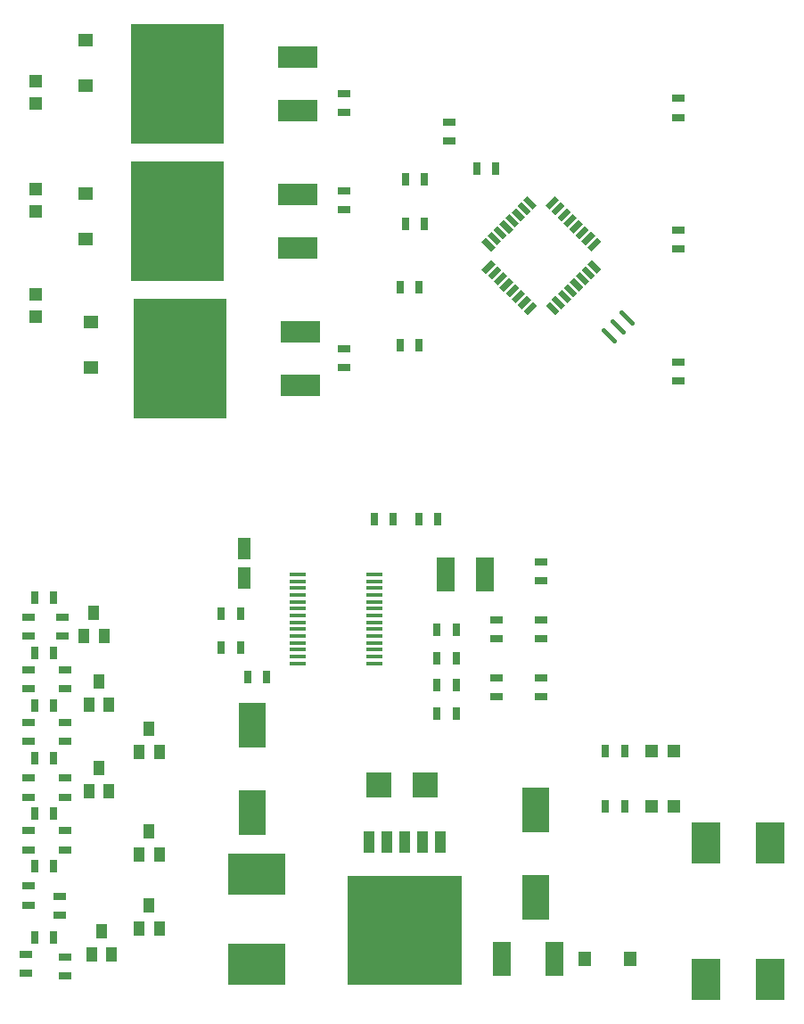
<source format=gbr>
G04 EAGLE Gerber RS-274X export*
G75*
%MOMM*%
%FSLAX34Y34*%
%LPD*%
%INSolderpaste Top*%
%IPPOS*%
%AMOC8*
5,1,8,0,0,1.08239X$1,22.5*%
G01*
%ADD10R,1.200000X1.200000*%
%ADD11R,1.270000X1.470000*%
%ADD12R,0.800000X1.200000*%
%ADD13R,1.780000X3.200000*%
%ADD14R,2.800000X2.400000*%
%ADD15R,2.799081X1.485900*%
%ADD16R,1.200000X0.800000*%
%ADD17R,1.470000X1.270000*%
%ADD18R,3.810000X2.082800*%
%ADD19R,8.890000X11.430000*%
%ADD20R,1.500000X0.400000*%
%ADD21R,1.700000X3.300000*%
%ADD22R,1.200000X2.000000*%
%ADD23R,1.270000X0.558800*%
%ADD24R,0.558800X1.270000*%
%ADD25C,0.450000*%
%ADD26R,2.500000X4.300000*%
%ADD27R,5.500000X4.000000*%
%ADD28R,10.800000X10.410000*%
%ADD29R,1.066800X2.159000*%
%ADD30R,2.400000X2.400000*%
%ADD31R,1.000000X1.400000*%


D10*
X728000Y200000D03*
X707000Y200000D03*
D11*
X686500Y55000D03*
X643500Y55000D03*
D12*
X681500Y200000D03*
X663500Y200000D03*
D13*
X614900Y55000D03*
X565100Y55000D03*
D14*
X820000Y43000D03*
X820000Y157000D03*
X759000Y43000D03*
X759000Y157000D03*
D15*
X820000Y176391D03*
X758989Y176416D03*
X758989Y23610D03*
X820000Y23610D03*
D16*
X415000Y876500D03*
X415000Y858500D03*
D17*
X170000Y883500D03*
X170000Y926500D03*
D18*
X371400Y859600D03*
X371400Y910400D03*
D19*
X257100Y885000D03*
D16*
X732500Y621500D03*
X732500Y603500D03*
X732500Y746500D03*
X732500Y728500D03*
X415000Y784000D03*
X415000Y766000D03*
D17*
X170000Y738500D03*
X170000Y781500D03*
D18*
X371400Y729600D03*
X371400Y780400D03*
D19*
X257100Y755000D03*
D16*
X415000Y634000D03*
X415000Y616000D03*
D17*
X175000Y616000D03*
X175000Y659000D03*
D18*
X373900Y599600D03*
X373900Y650400D03*
D19*
X259600Y625000D03*
D16*
X732500Y871500D03*
X732500Y853500D03*
X115000Y361000D03*
X115000Y379000D03*
X115000Y311000D03*
X115000Y329000D03*
X115000Y261000D03*
X115000Y279000D03*
D20*
X371250Y419750D03*
X371250Y413250D03*
X371250Y406750D03*
X371250Y400250D03*
X371250Y393750D03*
X371250Y387250D03*
X371250Y380750D03*
X371250Y374250D03*
X371250Y367750D03*
X371250Y361250D03*
X371250Y354750D03*
X371250Y348250D03*
X371250Y341750D03*
X371250Y335250D03*
X443750Y335250D03*
X443750Y341750D03*
X443750Y348250D03*
X443750Y354750D03*
X443750Y361250D03*
X443750Y367750D03*
X443750Y374250D03*
X443750Y380750D03*
X443750Y387250D03*
X443750Y393750D03*
X443750Y400250D03*
X443750Y406750D03*
X443750Y413250D03*
X443750Y419750D03*
D12*
X316500Y350000D03*
X298500Y350000D03*
X316500Y382500D03*
X298500Y382500D03*
X341500Y322500D03*
X323500Y322500D03*
D21*
X511500Y420000D03*
X548500Y420000D03*
D12*
X503500Y340000D03*
X521500Y340000D03*
X503500Y367500D03*
X521500Y367500D03*
D16*
X560000Y358500D03*
X560000Y376500D03*
X602500Y358500D03*
X602500Y376500D03*
X602500Y303500D03*
X602500Y321500D03*
X560000Y303500D03*
X560000Y321500D03*
D12*
X521500Y315000D03*
X503500Y315000D03*
D16*
X602500Y431500D03*
X602500Y413500D03*
D12*
X521500Y287500D03*
X503500Y287500D03*
D22*
X320000Y444000D03*
X320000Y416000D03*
D12*
X504000Y472500D03*
X486000Y472500D03*
X461500Y472500D03*
X443500Y472500D03*
D16*
X515000Y831000D03*
X515000Y849000D03*
D12*
X473500Y795000D03*
X491500Y795000D03*
X473500Y752500D03*
X491500Y752500D03*
X663500Y252500D03*
X681500Y252500D03*
D10*
X728000Y252500D03*
X707000Y252500D03*
D23*
G36*
X610540Y678813D02*
X619519Y669834D01*
X615568Y665883D01*
X606589Y674862D01*
X610540Y678813D01*
G37*
G36*
X616197Y684470D02*
X625176Y675491D01*
X621225Y671540D01*
X612246Y680519D01*
X616197Y684470D01*
G37*
G36*
X621854Y690126D02*
X630833Y681147D01*
X626882Y677196D01*
X617903Y686175D01*
X621854Y690126D01*
G37*
G36*
X627511Y695783D02*
X636490Y686804D01*
X632539Y682853D01*
X623560Y691832D01*
X627511Y695783D01*
G37*
G36*
X633168Y701440D02*
X642147Y692461D01*
X638196Y688510D01*
X629217Y697489D01*
X633168Y701440D01*
G37*
G36*
X638825Y707097D02*
X647804Y698118D01*
X643853Y694167D01*
X634874Y703146D01*
X638825Y707097D01*
G37*
G36*
X644481Y712754D02*
X653460Y703775D01*
X649509Y699824D01*
X640530Y708803D01*
X644481Y712754D01*
G37*
G36*
X650138Y718411D02*
X659117Y709432D01*
X655166Y705481D01*
X646187Y714460D01*
X650138Y718411D01*
G37*
D24*
G36*
X655166Y739519D02*
X659117Y735568D01*
X650138Y726589D01*
X646187Y730540D01*
X655166Y739519D01*
G37*
G36*
X649509Y745176D02*
X653460Y741225D01*
X644481Y732246D01*
X640530Y736197D01*
X649509Y745176D01*
G37*
G36*
X643853Y750833D02*
X647804Y746882D01*
X638825Y737903D01*
X634874Y741854D01*
X643853Y750833D01*
G37*
G36*
X638196Y756490D02*
X642147Y752539D01*
X633168Y743560D01*
X629217Y747511D01*
X638196Y756490D01*
G37*
G36*
X632539Y762147D02*
X636490Y758196D01*
X627511Y749217D01*
X623560Y753168D01*
X632539Y762147D01*
G37*
G36*
X626882Y767804D02*
X630833Y763853D01*
X621854Y754874D01*
X617903Y758825D01*
X626882Y767804D01*
G37*
G36*
X621225Y773460D02*
X625176Y769509D01*
X616197Y760530D01*
X612246Y764481D01*
X621225Y773460D01*
G37*
G36*
X615568Y779117D02*
X619519Y775166D01*
X610540Y766187D01*
X606589Y770138D01*
X615568Y779117D01*
G37*
D23*
G36*
X589432Y779117D02*
X598411Y770138D01*
X594460Y766187D01*
X585481Y775166D01*
X589432Y779117D01*
G37*
G36*
X583775Y773460D02*
X592754Y764481D01*
X588803Y760530D01*
X579824Y769509D01*
X583775Y773460D01*
G37*
G36*
X578118Y767804D02*
X587097Y758825D01*
X583146Y754874D01*
X574167Y763853D01*
X578118Y767804D01*
G37*
G36*
X572461Y762147D02*
X581440Y753168D01*
X577489Y749217D01*
X568510Y758196D01*
X572461Y762147D01*
G37*
G36*
X566804Y756490D02*
X575783Y747511D01*
X571832Y743560D01*
X562853Y752539D01*
X566804Y756490D01*
G37*
G36*
X561147Y750833D02*
X570126Y741854D01*
X566175Y737903D01*
X557196Y746882D01*
X561147Y750833D01*
G37*
G36*
X555491Y745176D02*
X564470Y736197D01*
X560519Y732246D01*
X551540Y741225D01*
X555491Y745176D01*
G37*
G36*
X549834Y739519D02*
X558813Y730540D01*
X554862Y726589D01*
X545883Y735568D01*
X549834Y739519D01*
G37*
D24*
G36*
X554862Y718411D02*
X558813Y714460D01*
X549834Y705481D01*
X545883Y709432D01*
X554862Y718411D01*
G37*
G36*
X560519Y712754D02*
X564470Y708803D01*
X555491Y699824D01*
X551540Y703775D01*
X560519Y712754D01*
G37*
G36*
X566175Y707097D02*
X570126Y703146D01*
X561147Y694167D01*
X557196Y698118D01*
X566175Y707097D01*
G37*
G36*
X571832Y701440D02*
X575783Y697489D01*
X566804Y688510D01*
X562853Y692461D01*
X571832Y701440D01*
G37*
G36*
X577489Y695783D02*
X581440Y691832D01*
X572461Y682853D01*
X568510Y686804D01*
X577489Y695783D01*
G37*
G36*
X583146Y690126D02*
X587097Y686175D01*
X578118Y677196D01*
X574167Y681147D01*
X583146Y690126D01*
G37*
G36*
X588803Y684470D02*
X592754Y680519D01*
X583775Y671540D01*
X579824Y675491D01*
X588803Y684470D01*
G37*
G36*
X594460Y678813D02*
X598411Y674862D01*
X589432Y665883D01*
X585481Y669834D01*
X594460Y678813D01*
G37*
D12*
X559000Y805000D03*
X541000Y805000D03*
X486500Y692500D03*
X468500Y692500D03*
D25*
X661371Y651659D02*
X671659Y641371D01*
X680144Y649856D02*
X669856Y660144D01*
X678341Y668629D02*
X688629Y658341D01*
D12*
X486500Y637500D03*
X468500Y637500D03*
D26*
X327500Y193500D03*
X327500Y276500D03*
X597500Y113500D03*
X597500Y196500D03*
D27*
X332500Y135000D03*
X332500Y50000D03*
D28*
X472500Y82100D03*
D29*
X506536Y165412D03*
X489518Y165412D03*
X472500Y165412D03*
X455482Y165412D03*
X438464Y165412D03*
D30*
X492000Y220000D03*
X448000Y220000D03*
D16*
X115000Y208500D03*
X115000Y226500D03*
X115000Y158500D03*
X115000Y176500D03*
X115000Y106000D03*
X115000Y124000D03*
X112500Y41000D03*
X112500Y59000D03*
D10*
X122500Y685500D03*
X122500Y664500D03*
X122500Y888000D03*
X122500Y867000D03*
X122500Y785500D03*
X122500Y764500D03*
D12*
X139000Y397500D03*
X121000Y397500D03*
D16*
X147500Y379000D03*
X147500Y361000D03*
D31*
X177500Y383500D03*
X187000Y361500D03*
X168000Y361500D03*
D12*
X139000Y345000D03*
X121000Y345000D03*
D16*
X150000Y329000D03*
X150000Y311000D03*
D31*
X182500Y318500D03*
X192000Y296500D03*
X173000Y296500D03*
D12*
X139000Y295000D03*
X121000Y295000D03*
D16*
X150000Y279000D03*
X150000Y261000D03*
D31*
X230000Y273500D03*
X239500Y251500D03*
X220500Y251500D03*
D12*
X139000Y245000D03*
X121000Y245000D03*
D16*
X150000Y226500D03*
X150000Y208500D03*
D31*
X182500Y236000D03*
X192000Y214000D03*
X173000Y214000D03*
D12*
X139000Y192500D03*
X121000Y192500D03*
D16*
X150000Y176500D03*
X150000Y158500D03*
D31*
X230000Y176000D03*
X239500Y154000D03*
X220500Y154000D03*
D12*
X139000Y142500D03*
X121000Y142500D03*
D16*
X145000Y114000D03*
X145000Y96000D03*
D31*
X230000Y106000D03*
X239500Y84000D03*
X220500Y84000D03*
D12*
X139000Y75000D03*
X121000Y75000D03*
D16*
X150000Y56500D03*
X150000Y38500D03*
D31*
X185000Y81000D03*
X194500Y59000D03*
X175500Y59000D03*
M02*

</source>
